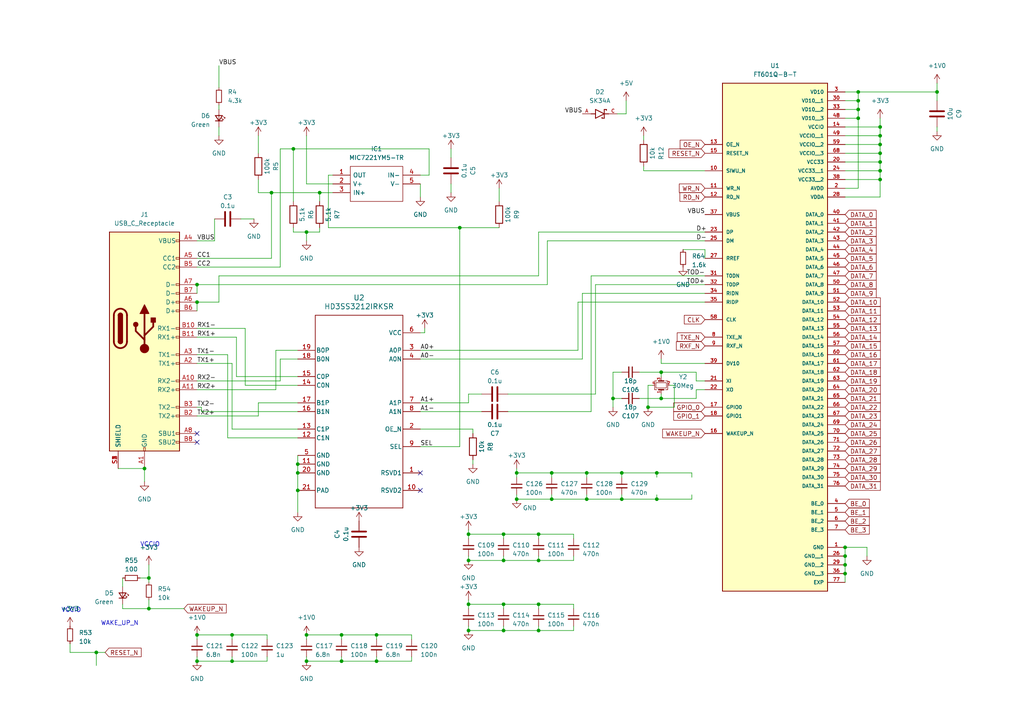
<source format=kicad_sch>
(kicad_sch (version 20231120) (generator "eeschema") (generator_version "8.0")
  (paper "A4")
  (junction (at 177.8 115.57))
  (junction (at 57.15 191.77))
  (junction (at 170.18 137.16))
  (junction (at 160.02 144.78))
  (junction (at 245.11 163.83))
  (junction (at 248.92 31.75))
  (junction (at 67.31 191.77))
  (junction (at 92.71 55.88))
  (junction (at 86.36 134.62))
  (junction (at 133.35 66.04))
  (junction (at 86.36 142.24))
  (junction (at 180.34 144.78))
  (junction (at 191.77 115.57))
  (junction (at 135.89 175.26))
  (junction (at 255.27 52.07))
  (junction (at 78.74 55.88))
  (junction (at 156.21 182.88))
  (junction (at 135.89 162.56))
  (junction (at 57.15 82.55))
  (junction (at 248.92 29.21))
  (junction (at 146.05 182.88))
  (junction (at 85.09 43.18))
  (junction (at 160.02 137.16))
  (junction (at 156.21 162.56))
  (junction (at 43.18 167.64))
  (junction (at 156.21 175.26))
  (junction (at 67.31 184.15))
  (junction (at 156.21 154.94))
  (junction (at 180.34 137.16))
  (junction (at 245.11 158.75))
  (junction (at 88.9 191.77))
  (junction (at 170.18 144.78))
  (junction (at 255.27 44.45))
  (junction (at 191.77 107.95))
  (junction (at 109.22 191.77))
  (junction (at 255.27 46.99))
  (junction (at 146.05 175.26))
  (junction (at 99.06 184.15))
  (junction (at 135.89 154.94))
  (junction (at 149.86 137.16))
  (junction (at 43.18 176.53))
  (junction (at 190.5 137.16))
  (junction (at 187.96 118.11))
  (junction (at 248.92 34.29))
  (junction (at 109.22 184.15))
  (junction (at 99.06 191.77))
  (junction (at 255.27 41.91))
  (junction (at 271.78 26.67))
  (junction (at 255.27 49.53))
  (junction (at 248.92 26.67))
  (junction (at 146.05 154.94))
  (junction (at 255.27 39.37))
  (junction (at 41.91 135.89))
  (junction (at 27.94 189.23))
  (junction (at 146.05 162.56))
  (junction (at 88.9 67.31))
  (junction (at 245.11 161.29))
  (junction (at 135.89 182.88))
  (junction (at 88.9 184.15))
  (junction (at 190.5 144.78))
  (junction (at 57.15 184.15))
  (junction (at 86.36 137.16))
  (junction (at 245.11 166.37))
  (junction (at 149.86 144.78))
  (junction (at 57.15 87.63))
  (junction (at 255.27 36.83))
  (no_connect (at 57.15 125.73))
  (no_connect (at 121.92 142.24))
  (no_connect (at 121.92 137.16))
  (no_connect (at 57.15 128.27))
  (wire (pts (xy 251.46 158.75) (xy 251.46 161.29)))
  (wire (pts (xy 96.52 53.34) (xy 88.9 53.34)))
  (wire (pts (xy 133.35 66.04) (xy 133.35 129.54)))
  (wire (pts (xy 172.72 114.3) (xy 172.72 82.55)))
  (wire (pts (xy 168.91 104.14) (xy 168.91 85.09)))
  (wire (pts (xy 135.89 162.56) (xy 146.05 162.56)))
  (wire (pts (xy 245.11 44.45) (xy 255.27 44.45)))
  (wire (pts (xy 121.92 57.15) (xy 121.92 53.34)))
  (wire (pts (xy 99.06 184.15) (xy 99.06 185.42)))
  (wire (pts (xy 135.89 153.67) (xy 135.89 154.94)))
  (wire (pts (xy 57.15 191.77) (xy 67.31 191.77)))
  (wire (pts (xy 255.27 49.53) (xy 255.27 52.07)))
  (wire (pts (xy 66.04 102.87) (xy 66.04 127)))
  (wire (pts (xy 73.66 63.5) (xy 69.85 63.5)))
  (wire (pts (xy 27.94 189.23) (xy 20.32 189.23)))
  (wire (pts (xy 146.05 162.56) (xy 156.21 162.56)))
  (wire (pts (xy 135.89 154.94) (xy 146.05 154.94)))
  (wire (pts (xy 171.45 80.01) (xy 204.47 80.01)))
  (wire (pts (xy 62.23 69.85) (xy 62.23 63.5)))
  (wire (pts (xy 245.11 163.83) (xy 245.11 166.37)))
  (wire (pts (xy 181.61 33.02) (xy 181.61 29.21)))
  (wire (pts (xy 186.69 49.53) (xy 204.47 49.53)))
  (wire (pts (xy 137.16 124.46) (xy 121.92 124.46)))
  (wire (pts (xy 121.92 96.52) (xy 123.19 96.52)))
  (wire (pts (xy 160.02 137.16) (xy 170.18 137.16)))
  (wire (pts (xy 156.21 67.31) (xy 204.47 67.31)))
  (wire (pts (xy 124.46 43.18) (xy 124.46 50.8)))
  (wire (pts (xy 80.01 101.6) (xy 86.36 101.6)))
  (wire (pts (xy 156.21 181.61) (xy 156.21 182.88)))
  (wire (pts (xy 180.34 144.78) (xy 190.5 144.78)))
  (wire (pts (xy 121.92 119.38) (xy 139.7 119.38)))
  (wire (pts (xy 245.11 31.75) (xy 248.92 31.75)))
  (wire (pts (xy 248.92 29.21) (xy 248.92 26.67)))
  (wire (pts (xy 245.11 158.75) (xy 245.11 161.29)))
  (wire (pts (xy 57.15 69.85) (xy 62.23 69.85)))
  (wire (pts (xy 171.45 119.38) (xy 171.45 80.01)))
  (wire (pts (xy 187.96 111.76) (xy 187.96 118.11)))
  (wire (pts (xy 255.27 36.83) (xy 255.27 39.37)))
  (wire (pts (xy 248.92 26.67) (xy 245.11 26.67)))
  (wire (pts (xy 95.25 50.8) (xy 95.25 66.04)))
  (wire (pts (xy 245.11 158.75) (xy 251.46 158.75)))
  (wire (pts (xy 43.18 176.53) (xy 53.34 176.53)))
  (wire (pts (xy 245.11 39.37) (xy 255.27 39.37)))
  (wire (pts (xy 74.93 52.07) (xy 74.93 55.88)))
  (wire (pts (xy 57.15 82.55) (xy 57.15 85.09)))
  (wire (pts (xy 255.27 46.99) (xy 255.27 49.53)))
  (wire (pts (xy 191.77 115.57) (xy 201.93 115.57)))
  (wire (pts (xy 166.37 162.56) (xy 166.37 161.29)))
  (wire (pts (xy 245.11 34.29) (xy 248.92 34.29)))
  (wire (pts (xy 135.89 161.29) (xy 135.89 162.56)))
  (wire (pts (xy 95.25 66.04) (xy 133.35 66.04)))
  (wire (pts (xy 156.21 161.29) (xy 156.21 162.56)))
  (wire (pts (xy 88.9 191.77) (xy 99.06 191.77)))
  (wire (pts (xy 245.11 166.37) (xy 245.11 168.91)))
  (wire (pts (xy 146.05 175.26) (xy 156.21 175.26)))
  (wire (pts (xy 180.34 107.95) (xy 177.8 107.95)))
  (wire (pts (xy 245.11 29.21) (xy 248.92 29.21)))
  (wire (pts (xy 248.92 31.75) (xy 248.92 29.21)))
  (wire (pts (xy 185.42 115.57) (xy 191.77 115.57)))
  (wire (pts (xy 166.37 154.94) (xy 166.37 156.21)))
  (wire (pts (xy 158.75 82.55) (xy 158.75 69.85)))
  (wire (pts (xy 172.72 82.55) (xy 204.47 82.55)))
  (wire (pts (xy 66.04 127) (xy 86.36 127)))
  (wire (pts (xy 86.36 134.62) (xy 86.36 137.16)))
  (wire (pts (xy 191.77 107.95) (xy 201.93 107.95)))
  (wire (pts (xy 255.27 39.37) (xy 255.27 41.91)))
  (wire (pts (xy 177.8 107.95) (xy 177.8 115.57)))
  (wire (pts (xy 156.21 154.94) (xy 156.21 156.21)))
  (wire (pts (xy 74.93 120.65) (xy 74.93 116.84)))
  (wire (pts (xy 41.91 135.89) (xy 41.91 139.7)))
  (wire (pts (xy 71.12 95.25) (xy 71.12 111.76)))
  (wire (pts (xy 57.15 87.63) (xy 57.15 90.17)))
  (wire (pts (xy 63.5 87.63) (xy 63.5 80.01)))
  (wire (pts (xy 74.93 55.88) (xy 78.74 55.88)))
  (wire (pts (xy 88.9 67.31) (xy 88.9 69.85)))
  (wire (pts (xy 85.09 43.18) (xy 85.09 58.42)))
  (wire (pts (xy 135.89 182.88) (xy 146.05 182.88)))
  (wire (pts (xy 81.28 104.14) (xy 86.36 104.14)))
  (wire (pts (xy 57.15 184.15) (xy 67.31 184.15)))
  (wire (pts (xy 191.77 107.95) (xy 191.77 109.22)))
  (wire (pts (xy 255.27 52.07) (xy 255.27 57.15)))
  (wire (pts (xy 245.11 46.99) (xy 255.27 46.99)))
  (wire (pts (xy 119.38 191.77) (xy 119.38 190.5)))
  (wire (pts (xy 86.36 142.24) (xy 86.36 148.59)))
  (wire (pts (xy 85.09 67.31) (xy 85.09 66.04)))
  (wire (pts (xy 191.77 105.41) (xy 204.47 105.41)))
  (wire (pts (xy 144.78 54.61) (xy 144.78 58.42)))
  (wire (pts (xy 204.47 113.03) (xy 201.93 113.03)))
  (wire (pts (xy 63.5 30.48) (xy 63.5 31.75)))
  (wire (pts (xy 86.36 137.16) (xy 86.36 142.24)))
  (wire (pts (xy 166.37 182.88) (xy 166.37 181.61)))
  (wire (pts (xy 88.9 67.31) (xy 85.09 67.31)))
  (wire (pts (xy 160.02 144.78) (xy 170.18 144.78)))
  (wire (pts (xy 67.31 184.15) (xy 77.47 184.15)))
  (wire (pts (xy 121.92 101.6) (xy 167.64 101.6)))
  (wire (pts (xy 85.09 43.18) (xy 124.46 43.18)))
  (wire (pts (xy 204.47 72.39) (xy 204.47 74.93)))
  (wire (pts (xy 149.86 137.16) (xy 149.86 138.43)))
  (wire (pts (xy 201.93 110.49) (xy 201.93 107.95)))
  (wire (pts (xy 74.93 116.84) (xy 86.36 116.84)))
  (wire (pts (xy 133.35 66.04) (xy 144.78 66.04)))
  (wire (pts (xy 88.9 53.34) (xy 88.9 39.37)))
  (wire (pts (xy 92.71 55.88) (xy 96.52 55.88)))
  (wire (pts (xy 186.69 48.26) (xy 186.69 49.53)))
  (wire (pts (xy 135.89 173.99) (xy 135.89 175.26)))
  (wire (pts (xy 180.34 144.78) (xy 180.34 143.51)))
  (wire (pts (xy 185.42 107.95) (xy 191.77 107.95)))
  (wire (pts (xy 166.37 175.26) (xy 166.37 176.53)))
  (wire (pts (xy 96.52 50.8) (xy 95.25 50.8)))
  (wire (pts (xy 156.21 182.88) (xy 166.37 182.88)))
  (wire (pts (xy 78.74 55.88) (xy 92.71 55.88)))
  (wire (pts (xy 67.31 191.77) (xy 77.47 191.77)))
  (wire (pts (xy 67.31 124.46) (xy 86.36 124.46)))
  (wire (pts (xy 147.32 119.38) (xy 171.45 119.38)))
  (wire (pts (xy 177.8 115.57) (xy 180.34 115.57)))
  (wire (pts (xy 146.05 181.61) (xy 146.05 182.88)))
  (wire (pts (xy 170.18 137.16) (xy 170.18 138.43)))
  (wire (pts (xy 63.5 19.05) (xy 63.5 25.4)))
  (wire (pts (xy 20.32 186.69) (xy 20.32 189.23)))
  (wire (pts (xy 135.89 175.26) (xy 146.05 175.26)))
  (wire (pts (xy 160.02 137.16) (xy 160.02 138.43)))
  (wire (pts (xy 160.02 143.51) (xy 160.02 144.78)))
  (wire (pts (xy 58.42 119.38) (xy 86.36 119.38)))
  (wire (pts (xy 245.11 41.91) (xy 255.27 41.91)))
  (wire (pts (xy 88.9 184.15) (xy 99.06 184.15)))
  (wire (pts (xy 190.5 144.78) (xy 200.66 144.78)))
  (wire (pts (xy 149.86 135.89) (xy 149.86 137.16)))
  (wire (pts (xy 146.05 154.94) (xy 146.05 156.21)))
  (wire (pts (xy 40.64 167.64) (xy 43.18 167.64)))
  (wire (pts (xy 156.21 175.26) (xy 166.37 175.26)))
  (wire (pts (xy 245.11 36.83) (xy 255.27 36.83)))
  (wire (pts (xy 67.31 105.41) (xy 67.31 124.46)))
  (wire (pts (xy 57.15 184.15) (xy 57.15 185.42)))
  (wire (pts (xy 57.15 74.93) (xy 78.74 74.93)))
  (wire (pts (xy 109.22 190.5) (xy 109.22 191.77)))
  (wire (pts (xy 121.92 116.84) (xy 135.89 116.84)))
  (wire (pts (xy 27.94 189.23) (xy 30.48 189.23)))
  (wire (pts (xy 57.15 190.5) (xy 57.15 191.77)))
  (wire (pts (xy 191.77 114.3) (xy 191.77 115.57)))
  (wire (pts (xy 245.11 54.61) (xy 248.92 54.61)))
  (wire (pts (xy 57.15 110.49) (xy 81.28 110.49)))
  (wire (pts (xy 58.42 118.11) (xy 58.42 119.38)))
  (wire (pts (xy 130.81 55.88) (xy 130.81 53.34)))
  (wire (pts (xy 109.22 184.15) (xy 119.38 184.15)))
  (wire (pts (xy 78.74 74.93) (xy 78.74 55.88)))
  (wire (pts (xy 34.29 135.89) (xy 41.91 135.89)))
  (wire (pts (xy 77.47 184.15) (xy 77.47 185.42)))
  (wire (pts (xy 77.47 190.5) (xy 77.47 191.77)))
  (wire (pts (xy 35.56 176.53) (xy 35.56 175.26)))
  (wire (pts (xy 92.71 55.88) (xy 92.71 58.42)))
  (wire (pts (xy 109.22 191.77) (xy 119.38 191.77)))
  (wire (pts (xy 271.78 24.13) (xy 271.78 26.67)))
  (wire (pts (xy 245.11 161.29) (xy 245.11 163.83)))
  (wire (pts (xy 187.96 118.11) (xy 195.58 118.11)))
  (wire (pts (xy 88.9 184.15) (xy 88.9 185.42)))
  (wire (pts (xy 137.16 133.35) (xy 137.16 134.62)))
  (wire (pts (xy 99.06 191.77) (xy 109.22 191.77)))
  (wire (pts (xy 74.93 39.37) (xy 74.93 44.45)))
  (wire (pts (xy 135.89 114.3) (xy 139.7 114.3)))
  (wire (pts (xy 156.21 154.94) (xy 166.37 154.94)))
  (wire (pts (xy 57.15 82.55) (xy 158.75 82.55)))
  (wire (pts (xy 170.18 143.51) (xy 170.18 144.78)))
  (wire (pts (xy 119.38 184.15) (xy 119.38 185.42)))
  (wire (pts (xy 35.56 176.53) (xy 43.18 176.53)))
  (wire (pts (xy 109.22 184.15) (xy 109.22 185.42)))
  (wire (pts (xy 156.21 162.56) (xy 166.37 162.56)))
  (wire (pts (xy 158.75 69.85) (xy 204.47 69.85)))
  (wire (pts (xy 204.47 110.49) (xy 201.93 110.49)))
  (wire (pts (xy 146.05 175.26) (xy 146.05 176.53)))
  (wire (pts (xy 271.78 36.83) (xy 271.78 38.1)))
  (wire (pts (xy 137.16 125.73) (xy 137.16 124.46)))
  (wire (pts (xy 179.07 33.02) (xy 181.61 33.02)))
  (wire (pts (xy 135.89 116.84) (xy 135.89 114.3)))
  (wire (pts (xy 130.81 43.18) (xy 130.81 45.72)))
  (wire (pts (xy 190.5 143.51) (xy 190.5 144.78)))
  (wire (pts (xy 255.27 44.45) (xy 255.27 46.99)))
  (wire (pts (xy 248.92 54.61) (xy 248.92 34.29)))
  (wire (pts (xy 81.28 43.18) (xy 81.28 77.47)))
  (wire (pts (xy 57.15 77.47) (xy 81.28 77.47)))
  (wire (pts (xy 135.89 181.61) (xy 135.89 182.88)))
  (wire (pts (xy 201.93 113.03) (xy 201.93 115.57)))
  (wire (pts (xy 149.86 144.78) (xy 160.02 144.78)))
  (wire (pts (xy 255.27 41.91) (xy 255.27 44.45)))
  (wire (pts (xy 156.21 175.26) (xy 156.21 176.53)))
  (wire (pts (xy 167.64 101.6) (xy 167.64 87.63)))
  (wire (pts (xy 245.11 52.07) (xy 255.27 52.07)))
  (wire (pts (xy 81.28 43.18) (xy 85.09 43.18)))
  (wire (pts (xy 156.21 80.01) (xy 156.21 67.31)))
  (wire (pts (xy 200.66 144.78) (xy 200.66 143.51)))
  (wire (pts (xy 57.15 87.63) (xy 63.5 87.63)))
  (wire (pts (xy 149.86 143.51) (xy 149.86 144.78)))
  (wire (pts (xy 99.06 190.5) (xy 99.06 191.77)))
  (wire (pts (xy 190.5 137.16) (xy 200.66 137.16)))
  (wire (pts (xy 124.46 50.8) (xy 121.92 50.8)))
  (wire (pts (xy 245.11 49.53) (xy 255.27 49.53)))
  (wire (pts (xy 189.23 111.76) (xy 187.96 111.76)))
  (wire (pts (xy 271.78 26.67) (xy 271.78 29.21)))
  (wire (pts (xy 146.05 161.29) (xy 146.05 162.56)))
  (wire (pts (xy 57.15 95.25) (xy 71.12 95.25)))
  (wire (pts (xy 57.15 102.87) (xy 66.04 102.87)))
  (wire (pts (xy 92.71 67.31) (xy 92.71 66.04)))
  (wire (pts (xy 57.15 105.41) (xy 67.31 105.41)))
  (wire (pts (xy 67.31 190.5) (xy 67.31 191.77)))
  (wire (pts (xy 99.06 184.15) (xy 109.22 184.15)))
  (wire (pts (xy 135.89 154.94) (xy 135.89 156.21)))
  (wire (pts (xy 180.34 137.16) (xy 180.34 138.43)))
  (wire (pts (xy 200.66 137.16) (xy 200.66 138.43)))
  (wire (pts (xy 255.27 57.15) (xy 245.11 57.15)))
  (wire (pts (xy 191.77 104.14) (xy 191.77 105.41)))
  (wire (pts (xy 167.64 87.63) (xy 204.47 87.63)))
  (wire (pts (xy 146.05 154.94) (xy 156.21 154.94)))
  (wire (pts (xy 198.12 72.39) (xy 204.47 72.39)))
  (wire (pts (xy 255.27 34.29) (xy 255.27 36.83)))
  (wire (pts (xy 57.15 113.03) (xy 80.01 113.03)))
  (wire (pts (xy 121.92 104.14) (xy 168.91 104.14)))
  (wire (pts (xy 81.28 110.49) (xy 81.28 104.14)))
  (wire (pts (xy 43.18 173.99) (xy 43.18 176.53)))
  (wire (pts (xy 43.18 167.64) (xy 43.18 168.91)))
  (wire (pts (xy 135.89 175.26) (xy 135.89 176.53)))
  (wire (pts (xy 68.58 97.79) (xy 68.58 109.22)))
  (wire (pts (xy 63.5 39.37) (xy 63.5 36.83)))
  (wire (pts (xy 146.05 182.88) (xy 156.21 182.88)))
  (wire (pts (xy 133.35 129.54) (xy 121.92 129.54)))
  (wire (pts (xy 170.18 144.78) (xy 180.34 144.78)))
  (wire (pts (xy 57.15 120.65) (xy 74.93 120.65)))
  (wire (pts (xy 86.36 132.08) (xy 86.36 134.62)))
  (wire (pts (xy 43.18 163.83) (xy 43.18 167.64)))
  (wire (pts (xy 71.12 111.76) (xy 86.36 111.76)))
  (wire (pts (xy 68.58 109.22) (xy 86.36 109.22)))
  (wire (pts (xy 147.32 114.3) (xy 172.72 114.3)))
  (wire (pts (xy 57.15 97.79) (xy 68.58 97.79)))
  (wire (pts (xy 80.01 113.03) (xy 80.01 101.6)))
  (wire (pts (xy 88.9 190.5) (xy 88.9 191.77)))
  (wire (pts (xy 88.9 67.31) (xy 92.71 67.31)))
  (wire (pts (xy 35.56 167.64) (xy 35.56 170.18)))
  (wire (pts (xy 186.69 39.37) (xy 186.69 40.64)))
  (wire (pts (xy 177.8 115.57) (xy 177.8 118.11)))
  (wire (pts (xy 248.92 34.29) (xy 248.92 31.75)))
  (wire (pts (xy 190.5 137.16) (xy 190.5 138.43)))
  (wire (pts (xy 63.5 80.01) (xy 156.21 80.01)))
  (wire (pts (xy 67.31 184.15) (xy 67.31 185.42)))
  (wire (pts (xy 170.18 137.16) (xy 180.34 137.16)))
  (wire (pts (xy 248.92 26.67) (xy 271.78 26.67)))
  (wire (pts (xy 123.19 95.25) (xy 123.19 96.52)))
  (wire (pts (xy 195.58 111.76) (xy 194.31 111.76)))
  (wire (pts (xy 27.94 193.04) (xy 27.94 189.23)))
  (wire (pts (xy 180.34 137.16) (xy 190.5 137.16)))
  (wire (pts (xy 168.91 85.09) (xy 204.47 85.09)))
  (wire (pts (xy 57.15 118.11) (xy 58.42 118.11)))
  (wire (pts (xy 149.86 137.16) (xy 160.02 137.16)))
  (wire (pts (xy 195.58 118.11) (xy 195.58 111.76)))
  (text "VCCIO" (at 17.78 177.8 0) (effects (font (size 1.27 1.27)) (justify left bottom)))
  (text "VCCIO" (at 40.64 158.75 0) (effects (font (size 1.27 1.27)) (justify left bottom)))
  (text "WAKE_UP_N" (at 29.21 181.61 0) (effects (font (size 1.27 1.27)) (justify left bottom)))
  (label "RX1+" (at 57.15 97.79 0))
  (label "VBUS" (at 168.91 33.02 180))
  (label "TX1+" (at 57.15 105.41 0))
  (label "CC2" (at 57.15 77.47 0))
  (label "VBUS" (at 63.5 19.05 0))
  (label "VBUS" (at 57.15 69.85 0))
  (label "RX1-" (at 57.15 95.25 0))
  (label "D+" (at 201.93 67.31 0))
  (label "A0+" (at 121.92 101.6 0))
  (label "TOD-" (at 204.47 80.01 180))
  (label "VBUS" (at 204.47 62.23 180))
  (label "A1-" (at 121.92 119.38 0))
  (label "RX2+" (at 57.15 113.03 0))
  (label "RX2-" (at 57.15 110.49 0))
  (label "D-" (at 201.93 69.85 0))
  (label "CC1" (at 57.15 74.93 0))
  (label "A0-" (at 121.92 104.14 0))
  (label "A1+" (at 121.92 116.84 0))
  (label "TX2+" (at 57.15 120.65 0))
  (label "SEL" (at 121.92 129.54 0))
  (label "TX2-" (at 57.15 118.11 0))
  (label "TX1-" (at 57.15 102.87 0))
  (label "TOD+" (at 204.47 82.55 180))
  (global_label "DATA_0" (shape input) (at 245.11 62.23 0) (property "Intersheetrefs" "${INTERSHEET_REFS}" (effects (hide yes))))
  (global_label "DATA_13" (shape input) (at 245.11 95.25 0) (property "Intersheetrefs" "${INTERSHEET_REFS}" (effects (hide yes))))
  (global_label "DATA_6" (shape input) (at 245.11 77.47 0) (property "Intersheetrefs" "${INTERSHEET_REFS}" (effects (hide yes))))
  (global_label "GPIO_0" (shape input) (at 204.47 118.11 180) (property "Intersheetrefs" "${INTERSHEET_REFS}" (effects (hide yes))))
  (global_label "DATA_23" (shape input) (at 245.11 120.65 0) (property "Intersheetrefs" "${INTERSHEET_REFS}" (effects (hide yes))))
  (global_label "DATA_14" (shape input) (at 245.11 97.79 0) (property "Intersheetrefs" "${INTERSHEET_REFS}" (effects (hide yes))))
  (global_label "WAKEUP_N" (shape input) (at 204.47 125.73 180) (property "Intersheetrefs" "${INTERSHEET_REFS}" (effects (hide yes))))
  (global_label "DATA_28" (shape input) (at 245.11 133.35 0) (property "Intersheetrefs" "${INTERSHEET_REFS}" (effects (hide yes))))
  (global_label "DATA_9" (shape input) (at 245.11 85.09 0) (property "Intersheetrefs" "${INTERSHEET_REFS}" (effects (hide yes))))
  (global_label "BE_1" (shape input) (at 245.11 148.59 0) (property "Intersheetrefs" "${INTERSHEET_REFS}" (effects (hide yes))))
  (global_label "RESET_N" (shape input) (at 204.47 44.45 180) (property "Intersheetrefs" "${INTERSHEET_REFS}" (effects (hide yes))))
  (global_label "GPIO_1" (shape input) (at 204.47 120.65 180) (property "Intersheetrefs" "${INTERSHEET_REFS}" (effects (hide yes))))
  (global_label "DATA_1" (shape input) (at 245.11 64.77 0) (property "Intersheetrefs" "${INTERSHEET_REFS}" (effects (hide yes))))
  (global_label "DATA_30" (shape input) (at 245.11 138.43 0) (property "Intersheetrefs" "${INTERSHEET_REFS}" (effects (hide yes))))
  (global_label "DATA_16" (shape input) (at 245.11 102.87 0) (property "Intersheetrefs" "${INTERSHEET_REFS}" (effects (hide yes))))
  (global_label "BE_0" (shape input) (at 245.11 146.05 0) (property "Intersheetrefs" "${INTERSHEET_REFS}" (effects (hide yes))))
  (global_label "DATA_10" (shape input) (at 245.11 87.63 0) (property "Intersheetrefs" "${INTERSHEET_REFS}" (effects (hide yes))))
  (global_label "BE_2" (shape input) (at 245.11 151.13 0) (property "Intersheetrefs" "${INTERSHEET_REFS}" (effects (hide yes))))
  (global_label "DATA_24" (shape input) (at 245.11 123.19 0) (property "Intersheetrefs" "${INTERSHEET_REFS}" (effects (hide yes))))
  (global_label "DATA_26" (shape input) (at 245.11 128.27 0) (property "Intersheetrefs" "${INTERSHEET_REFS}" (effects (hide yes))))
  (global_label "BE_3" (shape input) (at 245.11 153.67 0) (property "Intersheetrefs" "${INTERSHEET_REFS}" (effects (hide yes))))
  (global_label "DATA_22" (shape input) (at 245.11 118.11 0) (property "Intersheetrefs" "${INTERSHEET_REFS}" (effects (hide yes))))
  (global_label "DATA_18" (shape input) (at 245.11 107.95 0) (property "Intersheetrefs" "${INTERSHEET_REFS}" (effects (hide yes))))
  (global_label "DATA_15" (shape input) (at 245.11 100.33 0) (property "Intersheetrefs" "${INTERSHEET_REFS}" (effects (hide yes))))
  (global_label "DATA_27" (shape input) (at 245.11 130.81 0) (property "Intersheetrefs" "${INTERSHEET_REFS}" (effects (hide yes))))
  (global_label "WR_N" (shape input) (at 204.47 54.61 180) (property "Intersheetrefs" "${INTERSHEET_REFS}" (effects (hide yes))))
  (global_label "DATA_5" (shape input) (at 245.11 74.93 0) (property "Intersheetrefs" "${INTERSHEET_REFS}" (effects (hide yes))))
  (global_label "DATA_25" (shape input) (at 245.11 125.73 0) (property "Intersheetrefs" "${INTERSHEET_REFS}" (effects (hide yes))))
  (global_label "TXE_N" (shape input) (at 204.47 97.79 180) (property "Intersheetrefs" "${INTERSHEET_REFS}" (effects (hide yes))))
  (global_label "DATA_11" (shape input) (at 245.11 90.17 0) (property "Intersheetrefs" "${INTERSHEET_REFS}" (effects (hide yes))))
  (global_label "DATA_8" (shape input) (at 245.11 82.55 0) (property "Intersheetrefs" "${INTERSHEET_REFS}" (effects (hide yes))))
  (global_label "DATA_20" (shape input) (at 245.11 113.03 0) (property "Intersheetrefs" "${INTERSHEET_REFS}" (effects (hide yes))))
  (global_label "CLK" (shape input) (at 204.47 92.71 180) (property "Intersheetrefs" "${INTERSHEET_REFS}" (effects (hide yes))))
  (global_label "DATA_2" (shape input) (at 245.11 67.31 0) (property "Intersheetrefs" "${INTERSHEET_REFS}" (effects (hide yes))))
  (global_label "DATA_17" (shape input) (at 245.11 105.41 0) (property "Intersheetrefs" "${INTERSHEET_REFS}" (effects (hide yes))))
  (global_label "RESET_N" (shape input) (at 30.48 189.23 0) (property "Intersheetrefs" "${INTERSHEET_REFS}" (effects (hide yes))))
  (global_label "DATA_3" (shape input) (at 245.11 69.85 0) (property "Intersheetrefs" "${INTERSHEET_REFS}" (effects (hide yes))))
  (global_label "DATA_7" (shape input) (at 245.11 80.01 0) (property "Intersheetrefs" "${INTERSHEET_REFS}" (effects (hide yes))))
  (global_label "DATA_4" (shape input) (at 245.11 72.39 0) (property "Intersheetrefs" "${INTERSHEET_REFS}" (effects (hide yes))))
  (global_label "DATA_31" (shape input) (at 245.11 140.97 0) (property "Intersheetrefs" "${INTERSHEET_REFS}" (effects (hide yes))))
  (global_label "DATA_29" (shape input) (at 245.11 135.89 0) (property "Intersheetrefs" "${INTERSHEET_REFS}" (effects (hide yes))))
  (global_label "OE_N" (shape input) (at 204.47 41.91 180) (property "Intersheetrefs" "${INTERSHEET_REFS}" (effects (hide yes))))
  (global_label "WAKEUP_N" (shape input) (at 53.34 176.53 0) (property "Intersheetrefs" "${INTERSHEET_REFS}" (effects (hide yes))))
  (global_label "RXF_N" (shape input) (at 204.47 100.33 180) (property "Intersheetrefs" "${INTERSHEET_REFS}" (effects (hide yes))))
  (global_label "DATA_12" (shape input) (at 245.11 92.71 0) (property "Intersheetrefs" "${INTERSHEET_REFS}" (effects (hide yes))))
  (global_label "RD_N" (shape input) (at 204.47 57.15 180) (property "Intersheetrefs" "${INTERSHEET_REFS}" (effects (hide yes))))
  (global_label "DATA_19" (shape input) (at 245.11 110.49 0) (property "Intersheetrefs" "${INTERSHEET_REFS}" (effects (hide yes))))
  (global_label "DATA_21" (shape input) (at 245.11 115.57 0) (property "Intersheetrefs" "${INTERSHEET_REFS}" (effects (hide yes))))
  (symbol (lib_id "Device:C_Small") (at 149.86 140.97 0) (unit 1)
    (property "Reference" "C126" (at 152.4 140.3413 0) (effects (justify left)))
    (property "Value" "100n" (at 152.4 142.8813 0) (effects (justify left)))
    (property "Footprint" "Capacitor_SMD:C_0603_1608Metric" (effects (hide yes)))
    (instances (project "MR-Core" (path "" (reference "C126") (unit 1))) (project "ft601-shield" (path "" (reference "C10") (unit 1))))
  )
  (symbol (lib_id "power:+3V3") (at 186.69 39.37 0) (unit 1)
    (property "Reference" "#PWR022" (effects (hide yes)))
    (property "Value" "+3V3" (at 186.69 34.29 0))
  )
  (symbol (lib_id "power:GND") (at 135.89 162.56 0) (unit 1)
    (property "Reference" "#PWR0174" (effects (hide yes)))
    (property "Value" "GND" (at 135.89 167.64 0))
    (instances (project "MR-Core" (path "" (reference "#PWR0174") (unit 1))) (project "ft601-shield" (path "" (reference "#PWR031") (unit 1))))
  )
  (symbol (lib_id "Device:R") (at 144.78 62.23 0) (mirror y) (unit 1)
    (property "Reference" "R9" (at 149.86 62.23 90))
    (property "Value" "100k" (at 147.32 62.23 90))
    (property "Footprint" "Resistor_SMD:R_0402_1005Metric_Pad0.72x0.64mm_HandSolder" (effects (hide yes)))
  )
  (symbol (lib_id "power:GND") (at 271.78 38.1 0) (unit 1)
    (property "Reference" "#PWR025" (effects (hide yes)))
    (property "Value" "GND" (at 271.78 43.18 0))
  )
  (symbol (lib_id "power:+1V0") (at 191.77 104.14 0) (unit 1)
    (property "Reference" "#PWR023" (effects (hide yes)))
    (property "Value" "+1V0" (at 191.77 99.06 0))
  )
  (symbol (lib_id "power:+3V3") (at 135.89 153.67 0) (unit 1)
    (property "Reference" "#PWR0180" (effects (hide yes)))
    (property "Value" "+3V3" (at 135.89 149.86 0))
    (instances (project "MR-Core" (path "" (reference "#PWR0180") (unit 1))) (project "ft601-shield" (path "" (reference "#PWR030") (unit 1))))
  )
  (symbol (lib_id "power:+3V3") (at 20.32 181.61 0) (unit 1)
    (property "Reference" "#PWR04" (effects (hide yes)))
    (property "Value" "+3V3" (at 20.32 176.53 0))
  )
  (symbol (lib_id "Handheld_MRI:MIC7221YM5-TR") (at 96.52 50.8 0) (unit 1)
    (property "Reference" "IC1" (at 109.22 43.18 0))
    (property "Value" "MIC7221YM5-TR" (at 109.22 45.72 0))
    (property "Footprint" "handheld_mri_footprints:SOT95P280X130-5N" (effects (hide yes)))
    (property "Datasheet" "http://www.microchip.com/mymicrochip/filehandler.aspx?ddocname=en580607" (effects (hide yes)))
    (property "Description" "Comparator Rail-to-Rail Input SOT23-5" (effects (hide yes)))
    (property "Height" "1.3" (effects (hide yes)))
    (property "Mouser Part Number" "998-MIC7221YM5TR" (effects (hide yes)))
    (property "Mouser Price/Stock" "https://www.mouser.co.uk/ProductDetail/Microchip-Technology/MIC7221YM5-TR?qs=U6T8BxXiZAWrxxu6IxkTvA%3D%3D" (effects (hide yes)))
    (property "Manufacturer_Name" "Microchip" (effects (hide yes)))
    (property "Manufacturer_Part_Number" "MIC7221YM5-TR" (effects (hide yes)))
  )
  (symbol (lib_id "power:GND") (at 130.81 55.88 0) (unit 1)
    (property "Reference" "#PWR065" (effects (hide yes)))
    (property "Value" "GND" (at 130.81 60.96 0))
  )
  (symbol (lib_id "handheld_mri:FT601Q-B-T") (at 224.79 85.09 0) (unit 1)
    (property "Reference" "U1" (at 224.79 19.05 0))
    (property "Value" "FT601Q-B-T" (at 224.79 21.59 0))
    (property "Footprint" "Handheld_MRI:QFN40P900X900X100-77N" (effects (hide yes)))
    (property "PARTREV" "1.05" (effects (hide yes)))
    (property "STANDARD" "IPC7351B" (effects (hide yes)))
    (property "SNAPEDA_PACKAGE_ID" "11921" (effects (hide yes)))
    (property "MANUFACTURER" "FTDI Chip" (effects (hide yes)))
  )
  (symbol (lib_id "power:GND") (at 135.89 182.88 0) (unit 1)
    (property "Reference" "#PWR0176" (effects (hide yes)))
    (property "Value" "GND" (at 135.89 187.96 0))
    (instances (project "MR-Core" (path "" (reference "#PWR0176") (unit 1))) (project "ft601-shield" (path "" (reference "#PWR033") (unit 1))))
  )
  (symbol (lib_id "power:GND") (at 121.92 57.15 0) (unit 1)
    (property "Reference" "#PWR037" (effects (hide yes)))
    (property "Value" "GND" (at 121.92 62.23 0))
  )
  (symbol (lib_id "Device:C_Small") (at 146.05 158.75 0) (unit 1)
    (property "Reference" "C110" (at 148.59 158.1213 0) (effects (justify left)))
    (property "Value" "470n" (at 148.59 160.6613 0) (effects (justify left)))
    (property "Footprint" "Capacitor_SMD:C_0603_1608Metric" (effects (hide yes)))
    (instances (project "MR-Core" (path "" (reference "C110") (unit 1))) (project "ft601-shield" (path "" (reference "C20") (unit 1))))
  )
  (symbol (lib_id "Device:R") (at 85.09 62.23 0) (mirror y) (unit 1)
    (property "Reference" "R6" (at 90.17 62.23 90))
    (property "Value" "5.1k" (at 87.63 62.23 90))
    (property "Footprint" "Resistor_SMD:R_0402_1005Metric_Pad0.72x0.64mm_HandSolder" (effects (hide yes)))
  )
  (symbol (lib_id "power:GND") (at 177.8 118.11 0) (unit 1)
    (property "Reference" "#PWR0163" (effects (hide yes)))
    (property "Value" "GND" (at 177.8 123.19 0))
    (instances (project "MR-Core" (path "" (reference "#PWR0163") (unit 1))) (project "ft601-shield" (path "" (reference "#PWR02") (unit 1))))
  )
  (symbol (lib_id "Device:LED_Small") (at 35.56 172.72 270) (mirror x) (unit 1)
    (property "Reference" "D5" (at 33.02 172.0215 90) (effects (justify right)))
    (property "Value" "Green" (at 33.02 174.5615 90) (effects (justify right)))
    (property "Footprint" "LED_SMD:LED_0603_1608Metric" (effects (hide yes)))
    (instances (project "MR-Core" (path "" (reference "D5") (unit 1))) (project "ft601-shield" (path "" (reference "D1") (unit 1))))
  )
  (symbol (lib_id "power:+1V0") (at 88.9 184.15 0) (unit 1)
    (property "Reference" "#PWR08" (effects (hide yes)))
    (property "Value" "+1V0" (at 88.9 179.07 0))
  )
  (symbol (lib_id "power:GND") (at 86.36 148.59 0) (unit 1)
    (property "Reference" "#PWR015" (effects (hide yes)))
    (property "Value" "GND" (at 86.36 153.67 0))
  )
  (symbol (lib_id "power:GND") (at 63.5 39.37 0) (unit 1)
    (property "Reference" "#PWR010" (effects (hide yes)))
    (property "Value" "GND" (at 63.5 44.45 0))
  )
  (symbol (lib_id "Device:C_Small") (at 57.15 187.96 0) (unit 1)
    (property "Reference" "C121" (at 59.69 187.3313 0) (effects (justify left)))
    (property "Value" "6.8n" (at 59.69 189.8713 0) (effects (justify left)))
    (property "Footprint" "Capacitor_SMD:C_0603_1608Metric" (effects (hide yes)))
    (instances (project "MR-Core" (path "" (reference "C121") (unit 1))) (project "ft601-shield" (path "" (reference "C19") (unit 1))))
  )
  (symbol (lib_id "power:+3V3") (at 123.19 95.25 0) (unit 1)
    (property "Reference" "#PWR020" (effects (hide yes)))
    (property "Value" "+3V3" (at 123.19 91.44 0))
  )
  (symbol (lib_id "Device:C_Small") (at 182.88 115.57 270) (unit 1)
    (property "Reference" "C107" (at 182.8737 120.65 90))
    (property "Value" "18p" (at 182.8737 118.11 90))
    (property "Footprint" "Capacitor_SMD:C_0603_1608Metric" (effects (hide yes)))
    (instances (project "MR-Core" (path "" (reference "C107") (unit 1))) (project "ft601-shield" (path "" (reference "C2") (unit 1))))
  )
  (symbol (lib_id "power:GND") (at 88.9 69.85 0) (unit 1)
    (property "Reference" "#PWR018" (effects (hide yes)))
    (property "Value" "GND" (at 88.9 74.93 0))
  )
  (symbol (lib_id "Device:R") (at 92.71 62.23 0) (mirror y) (unit 1)
    (property "Reference" "R7" (at 97.79 62.23 90))
    (property "Value" "5.1k" (at 95.25 62.23 90))
    (property "Footprint" "Resistor_SMD:R_0402_1005Metric_Pad0.72x0.64mm_HandSolder" (effects (hide yes)))
  )
  (symbol (lib_id "power:+1V0") (at 57.15 184.15 0) (unit 1)
    (property "Reference" "#PWR09" (effects (hide yes)))
    (property "Value" "+1V0" (at 57.15 179.07 0))
  )
  (symbol (lib_id "Device:R_Small") (at 38.1 167.64 90) (unit 1)
    (property "Reference" "R55" (at 38.1 162.56 90))
    (property "Value" "100" (at 38.1 165.1 90))
    (property "Footprint" "Resistor_SMD:R_0603_1608Metric" (effects (hide yes)))
    (instances (project "MR-Core" (path "" (reference "R55") (unit 1))) (project "ft601-shield" (path "" (reference "R1") (unit 1))))
  )
  (symbol (lib_id "power:+3V3") (at 104.14 151.13 0) (unit 1)
    (property "Reference" "#PWR013" (effects (hide yes)))
    (property "Value" "+3V3" (at 104.14 147.32 0))
  )
  (symbol (lib_id "power:GND") (at 88.9 191.77 0) (unit 1)
    (property "Reference" "#PWR0177" (effects (hide yes)))
    (property "Value" "GND" (at 88.9 196.85 0))
    (instances (project "MR-Core" (path "" (reference "#PWR0177") (unit 1))) (project "ft601-shield" (path "" (reference "#PWR034") (unit 1))))
  )
  (symbol (lib_id "Device:C") (at 104.14 154.94 180) (unit 1)
    (property "Reference" "C4" (at 97.79 154.94 90))
    (property "Value" "0.1u" (at 100.33 154.94 90))
    (property "Footprint" "Capacitor_SMD:C_0402_1005Metric_Pad0.74x0.62mm_HandSolder" (effects (hide yes)))
  )
  (symbol (lib_id "power:GND") (at 149.86 144.78 0) (unit 1)
    (property "Reference" "#PWR0181" (effects (hide yes)))
    (property "Value" "GND" (at 153.67 147.32 0))
    (instances (project "MR-Core" (path "" (reference "#PWR0181") (unit 1))) (project "ft601-shield" (path "" (reference "#PWR029") (unit 1))))
  )
  (symbol (lib_id "power:+3V3") (at 130.81 43.18 0) (unit 1)
    (property "Reference" "#PWR019" (effects (hide yes)))
    (property "Value" "+3V3" (at 130.81 39.37 0))
  )
  (symbol (lib_id "power:+3V3") (at 144.78 54.61 0) (unit 1)
    (property "Reference" "#PWR014" (effects (hide yes)))
    (property "Value" "+3V3" (at 144.78 50.8 0))
  )
  (symbol (lib_id "Device:R") (at 186.69 44.45 0) (mirror y) (unit 1)
    (property "Reference" "R12" (at 191.77 44.45 90))
    (property "Value" "10k" (at 189.23 44.45 90))
    (property "Footprint" "Resistor_SMD:R_0603_1608Metric" (effects (hide yes)))
  )
  (symbol (lib_id "power:+3V3") (at 255.27 34.29 0) (unit 1)
    (property "Reference" "#PWR026" (effects (hide yes)))
    (property "Value" "+3V3" (at 255.27 29.21 0))
  )
  (symbol (lib_id "Device:R") (at 137.16 129.54 0) (mirror y) (unit 1)
    (property "Reference" "R8" (at 142.24 129.54 90))
    (property "Value" "10k" (at 139.7 129.54 90))
    (property "Footprint" "Resistor_SMD:R_0402_1005Metric_Pad0.72x0.64mm_HandSolder" (effects (hide yes)))
  )
  (symbol (lib_id "Device:C") (at 66.04 63.5 90) (unit 1)
    (property "Reference" "C3" (at 66.04 57.15 90))
    (property "Value" "0.1u" (at 66.04 59.69 90))
    (property "Footprint" "Capacitor_SMD:C_0402_1005Metric_Pad0.74x0.62mm_HandSolder" (effects (hide yes)))
  )
  (symbol (lib_id "power:+5V") (at 181.61 29.21 0) (unit 1)
    (property "Reference" "#PWR017" (effects (hide yes)))
    (property "Value" "+5V" (at 181.61 24.13 0))
  )
  (symbol (lib_id "Device:C_Small") (at 135.89 179.07 0) (unit 1)
    (property "Reference" "C113" (at 138.43 178.4413 0) (effects (justify left)))
    (property "Value" "100n" (at 138.43 180.9813 0) (effects (justify left)))
    (property "Footprint" "Capacitor_SMD:C_0603_1608Metric" (effects (hide yes)))
    (instances (project "MR-Core" (path "" (reference "C113") (unit 1))) (project "ft601-shield" (path "" (reference "C17") (unit 1))))
  )
  (symbol (lib_id "Device:C_Small") (at 166.37 158.75 0) (unit 1)
    (property "Reference" "C112" (at 168.91 158.1213 0) (effects (justify left)))
    (property "Value" "470n" (at 168.91 160.6613 0) (effects (justify left)))
    (property "Footprint" "Capacitor_SMD:C_0603_1608Metric" (effects (hide yes)))
    (instances (project "MR-Core" (path "" (reference "C112") (unit 1))) (project "ft601-shield" (path "" (reference "C28") (unit 1))))
  )
  (symbol (lib_id "Device:R_Small") (at 43.18 171.45 0) (unit 1)
    (property "Reference" "R54" (at 45.72 170.815 0) (effects (justify left)))
    (property "Value" "10k" (at 45.72 173.355 0) (effects (justify left)))
    (property "Footprint" "Resistor_SMD:R_0603_1608Metric" (effects (hide yes)))
    (instances (project "MR-Core" (path "" (reference "R54") (unit 1))) (project "ft601-shield" (path "" (reference "R3") (unit 1))))
  )
  (symbol (lib_id "power:GND") (at 41.91 139.7 0) (unit 1)
    (property "Reference" "#PWR07" (effects (hide yes)))
    (property "Value" "GND" (at 41.91 144.78 0))
  )
  (symbol (lib_id "Device:C_Small") (at 77.47 187.96 0) (unit 1)
    (property "Reference" "C123" (at 80.01 187.3313 0) (effects (justify left)))
    (property "Value" "1u" (at 80.01 189.8713 0) (effects (justify left)))
    (property "Footprint" "Capacitor_SMD:C_0603_1608Metric" (effects (hide yes)))
    (instances (project "MR-Core" (path "" (reference "C123") (unit 1))) (project "ft601-shield" (path "" (reference "C27") (unit 1))))
  )
  (symbol (lib_id "Device:C_Small") (at 146.05 179.07 0) (unit 1)
    (property "Reference" "C114" (at 148.59 178.4413 0) (effects (justify left)))
    (property "Value" "470n" (at 148.59 180.9813 0) (effects (justify left)))
    (property "Footprint" "Capacitor_SMD:C_0603_1608Metric" (effects (hide yes)))
    (instances (project "MR-Core" (path "" (reference "C114") (unit 1))) (project "ft601-shield" (path "" (reference "C21") (unit 1))))
  )
  (symbol (lib_id "power:+3V3") (at 43.18 163.83 0) (unit 1)
    (property "Reference" "#PWR05" (effects (hide yes)))
    (property "Value" "+3V3" (at 43.18 158.75 0))
  )
  (symbol (lib_id "power:GND") (at 198.12 77.47 0) (unit 1)
    (property "Reference" "#PWR027" (effects (hide yes)))
    (property "Value" "GND" (at 198.12 82.55 0))
  )
  (symbol (lib_id "Device:C_Small") (at 119.38 187.96 0) (unit 1)
    (property "Reference" "C120" (at 121.92 187.3313 0) (effects (justify left)))
    (property "Value" "100n" (at 121.92 189.8713 0) (effects (justify left)))
    (property "Footprint" "Capacitor_SMD:C_0603_1608Metric" (effects (hide yes)))
    (instances (project "MR-Core" (path "" (reference "C120") (unit 1))) (project "ft601-shield" (path "" (reference "C30") (unit 1))))
  )
  (symbol (lib_id "handheld_mri:SK34A") (at 173.99 33.02 0) (unit 1)
    (property "Reference" "D2" (at 173.99 26.67 0))
    (property "Value" "SK34A" (at 173.99 29.21 0))
    (property "Footprint" "Handheld_MRI:DIOM4325X250N" (effects (hide yes)))
    (property "Datasheet" "https://www.taiwansemi.com/assets//datasheet/pdf.php?pn=SK34A" (effects (hide yes)))
    (property "Description" "\n3A, 40V, Schottky Rectifier\n" (effects (hide yes)))
    (property "MF" "Taiwan Semiconductor" (effects (hide yes)))
    (property "MAXIMUM_PACKAGE_HEIGHT" "2.5 mm" (effects (hide yes)))
    (property "Package" "SMA-2 Taiwan Semiconductor" (effects (hide yes)))
    (property "Price" "None" (effects (hide yes)))
    (property "Check_prices" "https://www.snapeda.com/parts/SK34A/Taiwan+Semiconductor/view-part/?ref=eda" (effects (hide yes)))
    (property "STANDARD" "IPC-7351B" (effects (hide yes)))
    (property "PARTREV" "O2102" (effects (hide yes)))
    (property "SnapEDA_Link" "https://www.snapeda.com/parts/SK34A/Taiwan+Semiconductor/view-part/?ref=snap" (effects (hide yes)))
    (property "MP" "SK34A" (effects (hide yes)))
    (property "Availability" "In Stock" (effects (hide yes)))
    (property "MANUFACTURER" "Taiwan Semiconductor" (effects (hide yes)))
  )
  (symbol (lib_id "power:+3V3") (at 74.93 39.37 0) (unit 1)
    (property "Reference" "#PWR012" (effects (hide yes)))
    (property "Value" "+3V3" (at 74.93 35.56 0))
  )
  (symbol (lib_id "Device:Crystal_GND24_Small") (at 191.77 111.76 90) (unit 1)
    (property "Reference" "Y2" (at 198.12 109.3217 90))
    (property "Value" "30Meg" (at 198.12 111.8617 90))
    (property "Footprint" "Crystal:Crystal_SMD_3225-4Pin_3.2x2.5mm" (effects (hide yes)))
    (property "MPN" "830059646" (effects (hide yes)))
    (instances (project "MR-Core" (path "" (reference "Y2") (unit 1))) (project "ft601-shield" (path "" (reference "Y1") (unit 1))))
  )
  (symbol (lib_id "Device:C") (at 130.81 49.53 0) (unit 1)
    (property "Reference" "C5" (at 137.16 49.53 90))
    (property "Value" "0.1u" (at 134.62 49.53 90))
    (property "Footprint" "Capacitor_SMD:C_0402_1005Metric_Pad0.74x0.62mm_HandSolder" (effects (hide yes)))
  )
  (symbol (lib_id "Device:C_Small") (at 170.18 140.97 0) (unit 1)
    (property "Reference" "C128" (at 172.72 140.3413 0) (effects (justify left)))
    (property "Value" "100n" (at 172.72 142.8813 0) (effects (justify left)))
    (property "Footprint" "Capacitor_SMD:C_0603_1608Metric" (effects (hide yes)))
    (instances (project "MR-Core" (path "" (reference "C128") (unit 1))) (project "ft601-shield" (path "" (reference "C12") (unit 1))))
  )
  (symbol (lib_id "Device:C_Small") (at 180.34 140.97 0) (unit 1)
    (property "Reference" "C129" (at 182.88 140.3413 0) (effects (justify left)))
    (property "Value" "470n" (at 182.88 142.8813 0) (effects (justify left)))
    (property "Footprint" "Capacitor_SMD:C_0603_1608Metric" (effects (hide yes)))
    (instances (project "MR-Core" (path "" (reference "C129") (unit 1))) (project "ft601-shield" (path "" (reference "C13") (unit 1))))
  )
  (symbol (lib_id "Device:C_Small") (at 166.37 179.07 0) (unit 1)
    (property "Reference" "C116" (at 168.91 178.4413 0) (effects (justify left)))
    (property "Value" "470n" (at 168.91 180.9813 0) (effects (justify left)))
    (property "Footprint" "Capacitor_SMD:C_0603_1608Metric" (effects (hide yes)))
    (instances (project "MR-Core" (path "" (reference "C116") (unit 1))) (project "ft601-shield" (path "" (reference "C29") (unit 1))))
  )
  (symbol (lib_id "Device:C_Small") (at 156.21 158.75 0) (unit 1)
    (property "Reference" "C111" (at 158.75 158.1213 0) (effects (justify left)))
    (property "Value" "100n" (at 158.75 160.6613 0) (effects (justify left)))
    (property "Footprint" "Capacitor_SMD:C_0603_1608Metric" (effects (hide yes)))
    (instances (project "MR-Core" (path "" (reference "C111") (unit 1))) (project "ft601-shield" (path "" (reference "C24") (unit 1))))
  )
  (symbol (lib_id "Device:C_Small") (at 135.89 158.75 0) (unit 1)
    (property "Reference" "C109" (at 138.43 158.1213 0) (effects (justify left)))
    (property "Value" "100n" (at 138.43 160.6613 0) (effects (justify left)))
    (property "Footprint" "Capacitor_SMD:C_0603_1608Metric" (effects (hide yes)))
    (instances (project "MR-Core" (path "" (reference "C109") (unit 1))) (project "ft601-shield" (path "" (reference "C16") (unit 1))))
  )
  (symbol (lib_id "power:+3V3") (at 135.89 173.99 0) (unit 1)
    (property "Reference" "#PWR0180" (effects (hide yes)))
    (property "Value" "+3V3" (at 135.89 170.18 0))
    (instances (project "MR-Core" (path "" (reference "#PWR0180") (unit 1))) (project "ft601-shield" (path "" (reference "#PWR032") (unit 1))))
  )
  (symbol (lib_id "Connector:USB_C_Receptacle") (at 41.91 95.25 0) (unit 1)
    (property "Reference" "J1" (at 41.91 62.23 0))
    (property "Value" "USB_C_Receptacle" (at 41.91 64.77 0))
    (property "Footprint" "handheld_mri_footprints:AMPHENOL_12401899E412A" (effects (hide yes)))
    (property "Datasheet" "https://www.usb.org/sites/default/files/documents/usb_type-c.zip" (effects (hide yes)))
    (property "Description" "USB Full-Featured Type-C Receptacle connector" (effects (hide yes)))
  )
  (symbol (lib_id "Device:C_Small") (at 88.9 187.96 0) (unit 1)
    (property "Reference" "C117" (at 91.44 187.3313 0) (effects (justify left)))
    (property "Value" "6.8n" (at 91.44 189.8713 0) (effects (justify left)))
    (property "Footprint" "Capacitor_SMD:C_0603_1608Metric" (effects (hide yes)))
    (instances (project "MR-Core" (path "" (reference "C117") (unit 1))) (project "ft601-shield" (path "" (reference "C18") (unit 1))))
  )
  (symbol (lib_id "Device:R_Small") (at 198.12 74.93 180) (unit 1)
    (property "Reference" "R64" (at 200.66 74.295 0) (effects (justify right)))
    (property "Value" "1.6k" (at 200.66 76.835 0) (effects (justify right)))
    (property "Footprint" "Resistor_SMD:R_0603_1608Metric" (effects (hide yes)))
    (instances (project "MR-Core" (path "" (reference "R64") (unit 1))) (project "ft601-shield" (path "" (reference "R13") (unit 1))))
  )
  (symbol (lib_id "Device:LED_Small") (at 63.5 34.29 270) (mirror x) (unit 1)
    (property "Reference" "D6" (at 60.96 33.5915 90) (effects (justify right)))
    (property "Value" "Green" (at 60.96 36.1315 90) (effects (justify right)))
    (property "Footprint" "LED_SMD:LED_0603_1608Metric" (effects (hide yes)))
  )
  (symbol (lib_id "power:+3V3") (at 149.86 135.89 0) (unit 1)
    (property "Reference" "#PWR0180" (effects (hide yes)))
    (property "Value" "+3V3" (at 149.86 132.08 0))
    (instances (project "MR-Core" (path "" (reference "#PWR0180") (unit 1))) (project "ft601-shield" (path "" (reference "#PWR028") (unit 1))))
  )
  (symbol (lib_id "Device:C_Small") (at 109.22 187.96 0) (unit 1)
    (property "Reference" "C119" (at 111.76 187.3313 0) (effects (justify left)))
    (property "Value" "6.8n" (at 111.76 189.8713 0) (effects (justify left)))
    (property "Footprint" "Capacitor_SMD:C_0603_1608Metric" (effects (hide yes)))
    (instances (project "MR-Core" (path "" (reference "C119") (unit 1))) (project "ft601-shield" (path "" (reference "C26") (unit 1))))
  )
  (symbol (lib_id "Device:C_Small") (at 160.02 140.97 0) (unit 1)
    (property "Reference" "C127" (at 162.56 140.3413 0) (effects (justify left)))
    (property "Value" "470n" (at 162.56 142.8813 0) (effects (justify left)))
    (property "Footprint" "Capacitor_SMD:C_0603_1608Metric" (effects (hide yes)))
    (instances (project "MR-Core" (path "" (reference "C127") (unit 1))) (project "ft601-shield" (path "" (reference "C11") (unit 1))))
  )
  (symbol (lib_id "Device:C_Small") (at 67.31 187.96 0) (unit 1)
    (property "Reference" "C122" (at 69.85 187.3313 0) (effects (justify left)))
    (property "Value" "100n" (at 69.85 189.8713 0) (effects (justify left)))
    (property "Footprint" "Capacitor_SMD:C_0603_1608Metric" (effects (hide yes)))
    (instances (project "MR-Core" (path "" (reference "C122") (unit 1))) (project "ft601-shield" (path "" (reference "C23") (unit 1))))
  )
  (symbol (lib_id "Device:C_Small") (at 182.88 107.95 270) (unit 1)
    (property "Reference" "C106" (at 182.8737 113.03 90))
    (property "Value" "18p" (at 182.8737 110.49 90))
    (property "Footprint" "Capacitor_SMD:C_0603_1608Metric" (effects (hide yes)))
    (instances (project "MR-Core" (path "" (reference "C106") (unit 1))) (project "ft601-shield" (path "" (reference "C1") (unit 1))))
  )
  (symbol (lib_id "Device:R_Small") (at 63.5 27.94 180) (unit 1)
    (property "Reference" "R4" (at 66.04 26.67 0) (effects (justify right)))
    (property "Value" "4.3k" (at 66.04 29.21 0) (effects (justify right)))
    (property "Footprint" "Resistor_SMD:R_0402_1005Metric_Pad0.72x0.64mm_HandSolder" (effects (hide yes)))
  )
  (symbol (lib_id "Device:C_Small") (at 156.21 179.07 0) (unit 1)
    (property "Reference" "C115" (at 158.75 178.4413 0) (effects (justify left)))
    (property "Value" "100n" (at 158.75 180.9813 0) (effects (justify left)))
    (property "Footprint" "Capacitor_SMD:C_0603_1608Metric" (effects (hide yes)))
    (instances (project "MR-Core" (path "" (reference "C115") (unit 1))) (project "ft601-shield" (path "" (reference "C25") (unit 1))))
  )
  (symbol (lib_id "Device:C_Small") (at 99.06 187.96 0) (unit 1)
    (property "Reference" "C118" (at 101.6 187.3313 0) (effects (justify left)))
    (property "Value" "100n" (at 101.6 189.8713 0) (effects (justify left)))
    (property "Footprint" "Capacitor_SMD:C_0603_1608Metric" (effects (hide yes)))
    (instances (project "MR-Core" (path "" (reference "C118") (unit 1))) (project "ft601-shield" (path "" (reference "C22") (unit 1))))
  )
  (symbol (lib_id "Device:C") (at 143.51 114.3 90) (unit 1)
    (property "Reference" "C6" (at 143.51 107.95 90))
    (property "Value" "0.1u" (at 143.51 110.49 90))
    (property "Footprint" "Capacitor_SMD:C_0402_1005Metric_Pad0.74x0.62mm_HandSolder" (effects (hide yes)))
  )
  (symbol (lib_id "power:GND") (at 137.16 134.62 0) (unit 1)
    (property "Reference" "#PWR066" (effects (hide yes)))
    (property "Value" "GND" (at 137.16 139.7 0))
  )
  (symbol (lib_id "power:GND") (at 187.96 118.11 0) (unit 1)
    (property "Reference" "#PWR0276" (effects (hide yes)))
    (property "Value" "GND" (at 187.96 123.19 0))
    (instances (project "MR-Core" (path "" (reference "#PWR0276") (unit 1))) (project "ft601-shield" (path "" (reference "#PWR03") (unit 1))))
  )
  (symbol (lib_id "Device:C") (at 271.78 33.02 0) (unit 1)
    (property "Reference" "C9" (at 278.13 33.02 90))
    (property "Value" "10u" (at 275.59 33.02 90))
    (property "Footprint" "Capacitor_SMD:C_0603_1608Metric" (effects (hide yes)))
  )
  (symbol (lib_id "Device:R_Small") (at 20.32 184.15 0) (unit 1)
    (property "Reference" "R53" (at 22.86 183.515 0) (effects (justify left)))
    (property "Value" "10k" (at 22.86 186.055 0) (effects (justify left)))
    (property "Footprint" "Resistor_SMD:R_0603_1608Metric" (effects (hide yes)))
    (instances (project "MR-Core" (path "" (reference "R53") (unit 1))) (project "ft601-shield" (path "" (reference "R2") (unit 1))))
  )
  (symbol (lib_id "Device:C") (at 143.51 119.38 90) (mirror x) (unit 1)
    (property "Reference" "C7" (at 143.51 125.73 90))
    (property "Value" "0.1u" (at 143.51 123.19 90))
    (property "Footprint" "Capacitor_SMD:C_0402_1005Metric_Pad0.74x0.62mm_HandSolder" (effects (hide yes)))
  )
  (symbol (lib_id "power:GND") (at 73.66 63.5 0) (unit 1)
    (property "Reference" "#PWR011" (effects (hide yes)))
    (property "Value" "GND" (at 73.66 68.58 0))
  )
  (symbol (lib_id "power:GND") (at 104.14 158.75 0) (unit 1)
    (property "Reference" "#PWR036" (effects (hide yes)))
    (property "Value" "GND" (at 104.14 163.83 0))
  )
  (symbol (lib_id "power:+3V3") (at 88.9 39.37 0) (unit 1)
    (property "Reference" "#PWR016" (effects (hide yes)))
    (property "Value" "+3V3" (at 88.9 35.56 0))
  )
  (symbol (lib_id "power:GND") (at 251.46 161.29 0) (unit 1)
    (property "Reference" "#PWR01" (effects (hide yes)))
    (property "Value" "GND" (at 251.46 166.37 0))
  )
  (symbol (lib_id "power:+1V0") (at 271.78 24.13 0) (unit 1)
    (property "Reference" "#PWR024" (effects (hide yes)))
    (property "Value" "+1V0" (at 271.78 19.05 0))
  )
  (symbol (lib_id "power:GND") (at 57.15 191.77 0) (unit 1)
    (property "Reference" "#PWR0178" (effects (hide yes)))
    (property "Value" "GND" (at 57.15 196.85 0))
    (instances (project "MR-Core" (path "" (reference "#PWR0178") (unit 1))) (project "ft601-shield" (path "" (reference "#PWR035") (unit 1))))
  )
  (symbol (lib_id "Handheld_MRI:HD3SS3212IRKSR") (at 104.14 119.38 0) (mirror y) (unit 1)
    (property "Reference" "U2" (at 104.14 86.36 0) (effects (font (size 1.524 1.524))))
    (property "Value" "HD3SS3212IRKSR" (at 104.14 88.9 0) (effects (font (size 1.524 1.524))))
    (property "Footprint" "handheld_mri_footprints:SN74HCS541RKSR" (effects (hide yes)))
    (property "Datasheet" "https://www.ti.com/general/docs/suppproductinfo.tsp?distId=10&gotoUrl=https%3A%2F%2Fwww.ti.com%2Flit%2Fgpn%2Fhd3ss3212" (effects (hide yes)))
  )
  (symbol (lib_id "Device:R") (at 74.93 48.26 0) (mirror y) (unit 1)
    (property "Reference" "R5" (at 80.01 48.26 90))
    (property "Value" "100k" (at 77.47 48.26 90))
    (property "Footprint" "Resistor_SMD:R_0402_1005Metric_Pad0.72x0.64mm_HandSolder" (effects (hide yes)))
  )
)
</source>
